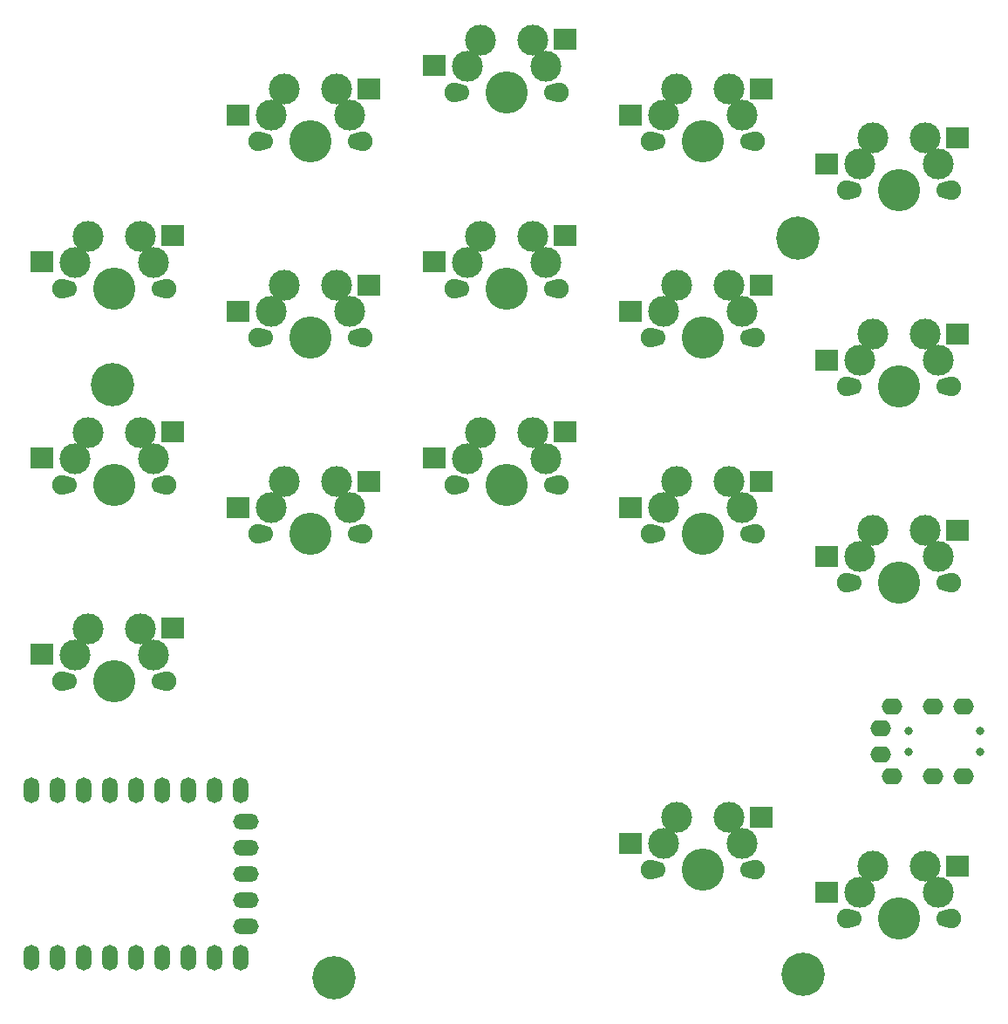
<source format=gbr>
%TF.GenerationSoftware,KiCad,Pcbnew,7.0.1*%
%TF.CreationDate,2023-09-26T17:53:04-04:00*%
%TF.ProjectId,under1hundo,756e6465-7231-4687-956e-646f2e6b6963,rev?*%
%TF.SameCoordinates,Original*%
%TF.FileFunction,Soldermask,Bot*%
%TF.FilePolarity,Negative*%
%FSLAX46Y46*%
G04 Gerber Fmt 4.6, Leading zero omitted, Abs format (unit mm)*
G04 Created by KiCad (PCBNEW 7.0.1) date 2023-09-26 17:53:04*
%MOMM*%
%LPD*%
G01*
G04 APERTURE LIST*
%ADD10C,4.200000*%
%ADD11C,1.900000*%
%ADD12C,1.700000*%
%ADD13C,3.000000*%
%ADD14C,4.100000*%
%ADD15R,2.300000X2.000000*%
%ADD16C,0.800000*%
%ADD17O,2.000000X1.600000*%
%ADD18O,1.500000X2.500000*%
%ADD19O,2.500000X1.500000*%
G04 APERTURE END LIST*
D10*
%TO.C,M2*%
X175180000Y-128940000D03*
%TD*%
%TO.C,M2*%
X153670000Y-71374000D03*
%TD*%
%TO.C,M2*%
X220218000Y-57150000D03*
%TD*%
%TO.C,M2*%
X220650000Y-128580000D03*
%TD*%
D11*
%TO.C,SW17*%
X224902000Y-123190000D03*
D12*
X225482000Y-123190000D03*
D13*
X226172000Y-120650000D03*
X227442000Y-118110000D03*
D14*
X229982000Y-123190000D03*
D13*
X232522000Y-118110000D03*
X233792000Y-120649999D03*
D12*
X234482000Y-123190000D03*
D11*
X235062000Y-123190000D03*
D15*
X222982000Y-120610000D03*
X235682000Y-118070000D03*
%TD*%
D11*
%TO.C,SW16*%
X205852000Y-118427500D03*
D12*
X206432000Y-118427500D03*
D13*
X207122000Y-115887500D03*
X208392000Y-113347500D03*
D14*
X210932000Y-118427500D03*
D13*
X213472000Y-113347500D03*
X214742000Y-115887499D03*
D12*
X215432000Y-118427500D03*
D11*
X216012000Y-118427500D03*
D15*
X203932000Y-115847500D03*
X216632000Y-113307500D03*
%TD*%
D11*
%TO.C,SW15*%
X224902000Y-90591000D03*
D12*
X225482000Y-90591000D03*
D13*
X226172000Y-88051000D03*
X227442000Y-85511000D03*
D14*
X229982000Y-90591000D03*
D13*
X232522000Y-85511000D03*
X233792000Y-88050999D03*
D12*
X234482000Y-90591000D03*
D11*
X235062000Y-90591000D03*
D15*
X222982000Y-88011000D03*
X235682000Y-85471000D03*
%TD*%
D11*
%TO.C,SW14*%
X205852000Y-85828500D03*
D12*
X206432000Y-85828500D03*
D13*
X207122000Y-83288500D03*
X208392000Y-80748500D03*
D14*
X210932000Y-85828500D03*
D13*
X213472000Y-80748500D03*
X214742000Y-83288499D03*
D12*
X215432000Y-85828500D03*
D11*
X216012000Y-85828500D03*
D15*
X203932000Y-83248500D03*
X216632000Y-80708500D03*
%TD*%
D11*
%TO.C,SW13*%
X186802000Y-81066000D03*
D12*
X187382000Y-81066000D03*
D13*
X188072000Y-78526000D03*
X189342000Y-75986000D03*
D14*
X191882000Y-81066000D03*
D13*
X194422000Y-75986000D03*
X195692000Y-78525999D03*
D12*
X196382000Y-81066000D03*
D11*
X196962000Y-81066000D03*
D15*
X184882000Y-78486000D03*
X197582000Y-75946000D03*
%TD*%
D11*
%TO.C,SW12*%
X167752000Y-85828500D03*
D12*
X168332000Y-85828500D03*
D13*
X169022000Y-83288500D03*
X170292000Y-80748500D03*
D14*
X172832000Y-85828500D03*
D13*
X175372000Y-80748500D03*
X176642000Y-83288499D03*
D12*
X177332000Y-85828500D03*
D11*
X177912000Y-85828500D03*
D15*
X165832000Y-83248500D03*
X178532000Y-80708500D03*
%TD*%
D11*
%TO.C,SW11*%
X148702000Y-100116000D03*
D12*
X149282000Y-100116000D03*
D13*
X149972000Y-97576000D03*
X151242000Y-95036000D03*
D14*
X153782000Y-100116000D03*
D13*
X156322000Y-95036000D03*
X157592000Y-97575999D03*
D12*
X158282000Y-100116000D03*
D11*
X158862000Y-100116000D03*
D15*
X146782000Y-97536000D03*
X159482000Y-94996000D03*
%TD*%
D11*
%TO.C,SW10*%
X224902000Y-71541000D03*
D12*
X225482000Y-71541000D03*
D13*
X226172000Y-69001000D03*
X227442000Y-66461000D03*
D14*
X229982000Y-71541000D03*
D13*
X232522000Y-66461000D03*
X233792000Y-69000999D03*
D12*
X234482000Y-71541000D03*
D11*
X235062000Y-71541000D03*
D15*
X222982000Y-68961000D03*
X235682000Y-66421000D03*
%TD*%
D11*
%TO.C,SW9*%
X205852000Y-66778500D03*
D12*
X206432000Y-66778500D03*
D13*
X207122000Y-64238500D03*
X208392000Y-61698500D03*
D14*
X210932000Y-66778500D03*
D13*
X213472000Y-61698500D03*
X214742000Y-64238499D03*
D12*
X215432000Y-66778500D03*
D11*
X216012000Y-66778500D03*
D15*
X203932000Y-64198500D03*
X216632000Y-61658500D03*
%TD*%
D11*
%TO.C,SW8*%
X186802000Y-62016000D03*
D12*
X187382000Y-62016000D03*
D13*
X188072000Y-59476000D03*
X189342000Y-56936000D03*
D14*
X191882000Y-62016000D03*
D13*
X194422000Y-56936000D03*
X195692000Y-59475999D03*
D12*
X196382000Y-62016000D03*
D11*
X196962000Y-62016000D03*
D15*
X184882000Y-59436000D03*
X197582000Y-56896000D03*
%TD*%
D11*
%TO.C,SW7*%
X167752000Y-66778500D03*
D12*
X168332000Y-66778500D03*
D13*
X169022000Y-64238500D03*
X170292000Y-61698500D03*
D14*
X172832000Y-66778500D03*
D13*
X175372000Y-61698500D03*
X176642000Y-64238499D03*
D12*
X177332000Y-66778500D03*
D11*
X177912000Y-66778500D03*
D15*
X165832000Y-64198500D03*
X178532000Y-61658500D03*
%TD*%
D11*
%TO.C,SW6*%
X148702000Y-81066000D03*
D12*
X149282000Y-81066000D03*
D13*
X149972000Y-78526000D03*
X151242000Y-75986000D03*
D14*
X153782000Y-81066000D03*
D13*
X156322000Y-75986000D03*
X157592000Y-78525999D03*
D12*
X158282000Y-81066000D03*
D11*
X158862000Y-81066000D03*
D15*
X146782000Y-78486000D03*
X159482000Y-75946000D03*
%TD*%
%TO.C,SW5*%
X235682000Y-47371000D03*
X222982000Y-49911000D03*
D11*
X235062000Y-52491000D03*
D12*
X234482000Y-52491000D03*
D13*
X233792000Y-49950999D03*
X232522000Y-47411000D03*
D14*
X229982000Y-52491000D03*
D13*
X227442000Y-47411000D03*
X226172000Y-49951000D03*
D12*
X225482000Y-52491000D03*
D11*
X224902000Y-52491000D03*
%TD*%
%TO.C,SW4*%
X205852000Y-47728500D03*
D12*
X206432000Y-47728500D03*
D13*
X207122000Y-45188500D03*
X208392000Y-42648500D03*
D14*
X210932000Y-47728500D03*
D13*
X213472000Y-42648500D03*
X214742000Y-45188499D03*
D12*
X215432000Y-47728500D03*
D11*
X216012000Y-47728500D03*
D15*
X203932000Y-45148500D03*
X216632000Y-42608500D03*
%TD*%
D11*
%TO.C,SW3*%
X186802000Y-42966000D03*
D12*
X187382000Y-42966000D03*
D13*
X188072000Y-40426000D03*
X189342000Y-37886000D03*
D14*
X191882000Y-42966000D03*
D13*
X194422000Y-37886000D03*
X195692000Y-40425999D03*
D12*
X196382000Y-42966000D03*
D11*
X196962000Y-42966000D03*
D15*
X184882000Y-40386000D03*
X197582000Y-37846000D03*
%TD*%
D11*
%TO.C,SW2*%
X167752000Y-47728500D03*
D12*
X168332000Y-47728500D03*
D13*
X169022000Y-45188500D03*
X170292000Y-42648500D03*
D14*
X172832000Y-47728500D03*
D13*
X175372000Y-42648500D03*
X176642000Y-45188499D03*
D12*
X177332000Y-47728500D03*
D11*
X177912000Y-47728500D03*
D15*
X165832000Y-45148500D03*
X178532000Y-42608500D03*
%TD*%
D11*
%TO.C,SW1*%
X148702000Y-62016000D03*
D12*
X149282000Y-62016000D03*
D13*
X149972000Y-59476000D03*
X151242000Y-56936000D03*
D14*
X153782000Y-62016000D03*
D13*
X156322000Y-56936000D03*
X157592000Y-59475999D03*
D12*
X158282000Y-62016000D03*
D11*
X158862000Y-62016000D03*
D15*
X146782000Y-59436000D03*
X159482000Y-56896000D03*
%TD*%
D16*
%TO.C,U2*%
X237900000Y-104920000D03*
X230900000Y-104920000D03*
X237900000Y-107020000D03*
X230900000Y-107020000D03*
D17*
X228200000Y-104720000D03*
X228200000Y-107220000D03*
X229300000Y-102620000D03*
X229300000Y-109320000D03*
X233300000Y-102620000D03*
X236300000Y-109320000D03*
X236300000Y-102620000D03*
X233300000Y-109320000D03*
%TD*%
D18*
%TO.C,U1*%
X145796000Y-126992000D03*
X148336000Y-126992000D03*
X150876000Y-126992000D03*
X153416000Y-126992000D03*
X155956000Y-126992000D03*
X158496000Y-126992000D03*
X161036000Y-126992000D03*
X163576000Y-126992000D03*
X166116000Y-126992000D03*
D19*
X166616000Y-123952000D03*
X166616000Y-121412000D03*
X166616000Y-118872000D03*
X166616000Y-116332000D03*
X166616000Y-113792000D03*
D18*
X166116000Y-110752000D03*
X163576000Y-110752000D03*
X161036000Y-110752000D03*
X158496000Y-110752000D03*
X155956000Y-110752000D03*
X153416000Y-110752000D03*
X150876000Y-110752000D03*
X148336000Y-110752000D03*
X145796000Y-110752000D03*
%TD*%
M02*

</source>
